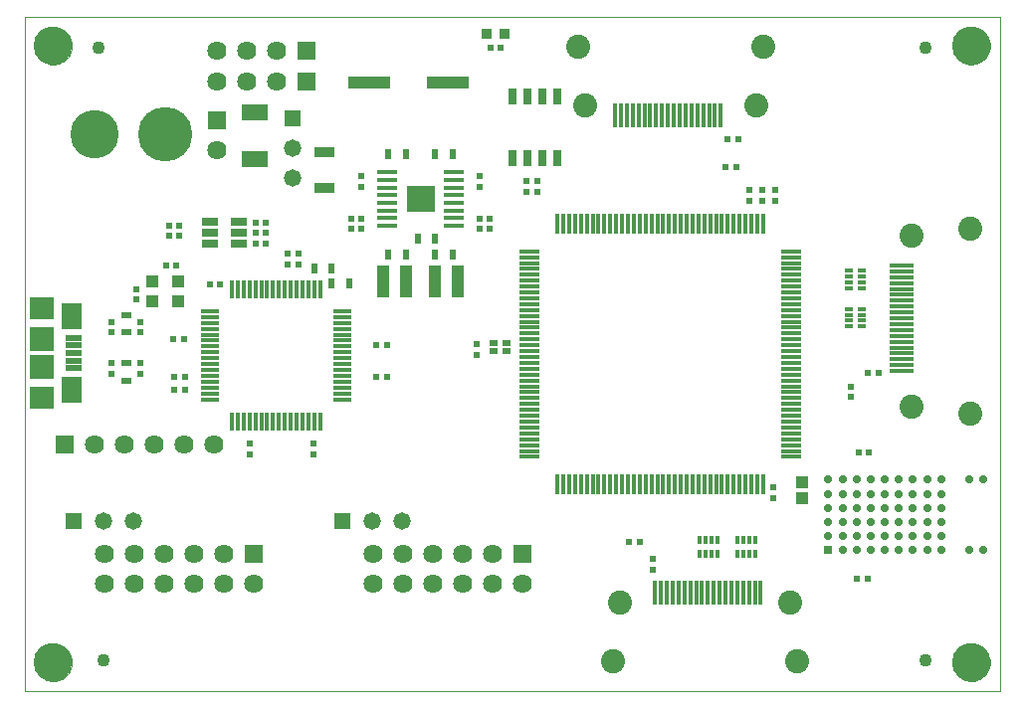
<source format=gts>
G75*
%MOIN*%
%OFA0B0*%
%FSLAX24Y24*%
%IPPOS*%
%LPD*%
%AMOC8*
5,1,8,0,0,1.08239X$1,22.5*
%
%ADD10C,0.0000*%
%ADD11C,0.1290*%
%ADD12R,0.0158X0.0788*%
%ADD13C,0.0808*%
%ADD14R,0.0197X0.0237*%
%ADD15R,0.0158X0.0296*%
%ADD16R,0.0611X0.0146*%
%ADD17R,0.0146X0.0611*%
%ADD18R,0.0571X0.0197*%
%ADD19R,0.0788X0.0749*%
%ADD20R,0.0788X0.0788*%
%ADD21R,0.0670X0.0867*%
%ADD22R,0.0434X0.0394*%
%ADD23R,0.0237X0.0197*%
%ADD24R,0.0540X0.0260*%
%ADD25R,0.0355X0.0237*%
%ADD26R,0.0237X0.0355*%
%ADD27R,0.0355X0.0355*%
%ADD28C,0.1621*%
%ADD29C,0.1818*%
%ADD30R,0.0670X0.0375*%
%ADD31R,0.0276X0.0237*%
%ADD32R,0.0640X0.0640*%
%ADD33C,0.0640*%
%ADD34R,0.0580X0.0580*%
%ADD35C,0.0580*%
%ADD36R,0.1418X0.0434*%
%ADD37R,0.0276X0.0276*%
%ADD38C,0.0276*%
%ADD39R,0.0434X0.0434*%
%ADD40R,0.0670X0.0158*%
%ADD41R,0.0158X0.0670*%
%ADD42R,0.0257X0.0571*%
%ADD43R,0.0867X0.0540*%
%ADD44R,0.0788X0.0158*%
%ADD45R,0.0296X0.0158*%
%ADD46C,0.0434*%
%ADD47R,0.0969X0.0909*%
%ADD48R,0.0434X0.1103*%
D10*
X000873Y004647D02*
X000873Y027246D01*
X033550Y027246D01*
X033550Y004647D01*
X000873Y004647D01*
X001213Y005612D02*
X001215Y005662D01*
X001221Y005711D01*
X001231Y005760D01*
X001244Y005807D01*
X001262Y005854D01*
X001283Y005899D01*
X001307Y005942D01*
X001335Y005983D01*
X001366Y006022D01*
X001400Y006058D01*
X001437Y006092D01*
X001477Y006122D01*
X001518Y006149D01*
X001562Y006173D01*
X001607Y006193D01*
X001654Y006209D01*
X001702Y006222D01*
X001751Y006231D01*
X001801Y006236D01*
X001850Y006237D01*
X001900Y006234D01*
X001949Y006227D01*
X001998Y006216D01*
X002045Y006202D01*
X002091Y006183D01*
X002136Y006161D01*
X002179Y006136D01*
X002219Y006107D01*
X002257Y006075D01*
X002293Y006041D01*
X002326Y006003D01*
X002355Y005963D01*
X002381Y005921D01*
X002404Y005877D01*
X002423Y005831D01*
X002439Y005784D01*
X002451Y005735D01*
X002459Y005686D01*
X002463Y005637D01*
X002463Y005587D01*
X002459Y005538D01*
X002451Y005489D01*
X002439Y005440D01*
X002423Y005393D01*
X002404Y005347D01*
X002381Y005303D01*
X002355Y005261D01*
X002326Y005221D01*
X002293Y005183D01*
X002257Y005149D01*
X002219Y005117D01*
X002179Y005088D01*
X002136Y005063D01*
X002091Y005041D01*
X002045Y005022D01*
X001998Y005008D01*
X001949Y004997D01*
X001900Y004990D01*
X001850Y004987D01*
X001801Y004988D01*
X001751Y004993D01*
X001702Y005002D01*
X001654Y005015D01*
X001607Y005031D01*
X001562Y005051D01*
X001518Y005075D01*
X001477Y005102D01*
X001437Y005132D01*
X001400Y005166D01*
X001366Y005202D01*
X001335Y005241D01*
X001307Y005282D01*
X001283Y005325D01*
X001262Y005370D01*
X001244Y005417D01*
X001231Y005464D01*
X001221Y005513D01*
X001215Y005562D01*
X001213Y005612D01*
X001213Y026281D02*
X001215Y026331D01*
X001221Y026380D01*
X001231Y026429D01*
X001244Y026476D01*
X001262Y026523D01*
X001283Y026568D01*
X001307Y026611D01*
X001335Y026652D01*
X001366Y026691D01*
X001400Y026727D01*
X001437Y026761D01*
X001477Y026791D01*
X001518Y026818D01*
X001562Y026842D01*
X001607Y026862D01*
X001654Y026878D01*
X001702Y026891D01*
X001751Y026900D01*
X001801Y026905D01*
X001850Y026906D01*
X001900Y026903D01*
X001949Y026896D01*
X001998Y026885D01*
X002045Y026871D01*
X002091Y026852D01*
X002136Y026830D01*
X002179Y026805D01*
X002219Y026776D01*
X002257Y026744D01*
X002293Y026710D01*
X002326Y026672D01*
X002355Y026632D01*
X002381Y026590D01*
X002404Y026546D01*
X002423Y026500D01*
X002439Y026453D01*
X002451Y026404D01*
X002459Y026355D01*
X002463Y026306D01*
X002463Y026256D01*
X002459Y026207D01*
X002451Y026158D01*
X002439Y026109D01*
X002423Y026062D01*
X002404Y026016D01*
X002381Y025972D01*
X002355Y025930D01*
X002326Y025890D01*
X002293Y025852D01*
X002257Y025818D01*
X002219Y025786D01*
X002179Y025757D01*
X002136Y025732D01*
X002091Y025710D01*
X002045Y025691D01*
X001998Y025677D01*
X001949Y025666D01*
X001900Y025659D01*
X001850Y025656D01*
X001801Y025657D01*
X001751Y025662D01*
X001702Y025671D01*
X001654Y025684D01*
X001607Y025700D01*
X001562Y025720D01*
X001518Y025744D01*
X001477Y025771D01*
X001437Y025801D01*
X001400Y025835D01*
X001366Y025871D01*
X001335Y025910D01*
X001307Y025951D01*
X001283Y025994D01*
X001262Y026039D01*
X001244Y026086D01*
X001231Y026133D01*
X001221Y026182D01*
X001215Y026231D01*
X001213Y026281D01*
X031961Y026281D02*
X031963Y026331D01*
X031969Y026380D01*
X031979Y026429D01*
X031992Y026476D01*
X032010Y026523D01*
X032031Y026568D01*
X032055Y026611D01*
X032083Y026652D01*
X032114Y026691D01*
X032148Y026727D01*
X032185Y026761D01*
X032225Y026791D01*
X032266Y026818D01*
X032310Y026842D01*
X032355Y026862D01*
X032402Y026878D01*
X032450Y026891D01*
X032499Y026900D01*
X032549Y026905D01*
X032598Y026906D01*
X032648Y026903D01*
X032697Y026896D01*
X032746Y026885D01*
X032793Y026871D01*
X032839Y026852D01*
X032884Y026830D01*
X032927Y026805D01*
X032967Y026776D01*
X033005Y026744D01*
X033041Y026710D01*
X033074Y026672D01*
X033103Y026632D01*
X033129Y026590D01*
X033152Y026546D01*
X033171Y026500D01*
X033187Y026453D01*
X033199Y026404D01*
X033207Y026355D01*
X033211Y026306D01*
X033211Y026256D01*
X033207Y026207D01*
X033199Y026158D01*
X033187Y026109D01*
X033171Y026062D01*
X033152Y026016D01*
X033129Y025972D01*
X033103Y025930D01*
X033074Y025890D01*
X033041Y025852D01*
X033005Y025818D01*
X032967Y025786D01*
X032927Y025757D01*
X032884Y025732D01*
X032839Y025710D01*
X032793Y025691D01*
X032746Y025677D01*
X032697Y025666D01*
X032648Y025659D01*
X032598Y025656D01*
X032549Y025657D01*
X032499Y025662D01*
X032450Y025671D01*
X032402Y025684D01*
X032355Y025700D01*
X032310Y025720D01*
X032266Y025744D01*
X032225Y025771D01*
X032185Y025801D01*
X032148Y025835D01*
X032114Y025871D01*
X032083Y025910D01*
X032055Y025951D01*
X032031Y025994D01*
X032010Y026039D01*
X031992Y026086D01*
X031979Y026133D01*
X031969Y026182D01*
X031963Y026231D01*
X031961Y026281D01*
X031961Y005612D02*
X031963Y005662D01*
X031969Y005711D01*
X031979Y005760D01*
X031992Y005807D01*
X032010Y005854D01*
X032031Y005899D01*
X032055Y005942D01*
X032083Y005983D01*
X032114Y006022D01*
X032148Y006058D01*
X032185Y006092D01*
X032225Y006122D01*
X032266Y006149D01*
X032310Y006173D01*
X032355Y006193D01*
X032402Y006209D01*
X032450Y006222D01*
X032499Y006231D01*
X032549Y006236D01*
X032598Y006237D01*
X032648Y006234D01*
X032697Y006227D01*
X032746Y006216D01*
X032793Y006202D01*
X032839Y006183D01*
X032884Y006161D01*
X032927Y006136D01*
X032967Y006107D01*
X033005Y006075D01*
X033041Y006041D01*
X033074Y006003D01*
X033103Y005963D01*
X033129Y005921D01*
X033152Y005877D01*
X033171Y005831D01*
X033187Y005784D01*
X033199Y005735D01*
X033207Y005686D01*
X033211Y005637D01*
X033211Y005587D01*
X033207Y005538D01*
X033199Y005489D01*
X033187Y005440D01*
X033171Y005393D01*
X033152Y005347D01*
X033129Y005303D01*
X033103Y005261D01*
X033074Y005221D01*
X033041Y005183D01*
X033005Y005149D01*
X032967Y005117D01*
X032927Y005088D01*
X032884Y005063D01*
X032839Y005041D01*
X032793Y005022D01*
X032746Y005008D01*
X032697Y004997D01*
X032648Y004990D01*
X032598Y004987D01*
X032549Y004988D01*
X032499Y004993D01*
X032450Y005002D01*
X032402Y005015D01*
X032355Y005031D01*
X032310Y005051D01*
X032266Y005075D01*
X032225Y005102D01*
X032185Y005132D01*
X032148Y005166D01*
X032114Y005202D01*
X032083Y005241D01*
X032055Y005282D01*
X032031Y005325D01*
X032010Y005370D01*
X031992Y005417D01*
X031979Y005464D01*
X031969Y005513D01*
X031963Y005562D01*
X031961Y005612D01*
D11*
X032586Y005612D03*
X032586Y026281D03*
X001838Y026281D03*
X001838Y005612D03*
D12*
X021995Y007954D03*
X022192Y007954D03*
X022389Y007954D03*
X022586Y007954D03*
X022782Y007954D03*
X022979Y007954D03*
X023176Y007954D03*
X023373Y007954D03*
X023570Y007954D03*
X023767Y007954D03*
X023964Y007954D03*
X024160Y007954D03*
X024357Y007954D03*
X024554Y007954D03*
X024751Y007954D03*
X024948Y007954D03*
X025145Y007954D03*
X025342Y007954D03*
X025538Y007954D03*
X024200Y023939D03*
X024003Y023939D03*
X023806Y023939D03*
X023609Y023939D03*
X023412Y023939D03*
X023216Y023939D03*
X023019Y023939D03*
X022822Y023939D03*
X022625Y023939D03*
X022428Y023939D03*
X022231Y023939D03*
X022034Y023939D03*
X021838Y023939D03*
X021641Y023939D03*
X021444Y023939D03*
X021247Y023939D03*
X021050Y023939D03*
X020853Y023939D03*
X020656Y023939D03*
D13*
X019672Y024293D03*
X019436Y026242D03*
X025381Y024293D03*
X025617Y026242D03*
X032546Y020139D03*
X030597Y019903D03*
X030597Y014194D03*
X032546Y013958D03*
X026523Y007600D03*
X026759Y005651D03*
X020814Y007600D03*
X020578Y005651D03*
D14*
X021129Y009647D03*
X021483Y009647D03*
X028767Y008427D03*
X029121Y008427D03*
X029160Y012639D03*
X028806Y012639D03*
X029121Y015317D03*
X029475Y015317D03*
X024712Y022206D03*
X024357Y022206D03*
X024436Y023151D03*
X024790Y023151D03*
X018058Y021734D03*
X017704Y021734D03*
X017704Y021380D03*
X018058Y021380D03*
X016838Y026222D03*
X016483Y026222D03*
X008964Y020356D03*
X008964Y020002D03*
X008609Y020002D03*
X008609Y020356D03*
X008609Y019647D03*
X008964Y019647D03*
X007428Y018269D03*
X007074Y018269D03*
X005971Y018899D03*
X005617Y018899D03*
X005853Y016458D03*
X006208Y016458D03*
X006247Y015198D03*
X005893Y015198D03*
X005893Y014765D03*
X006247Y014765D03*
X012664Y015198D03*
X013019Y015198D03*
X013019Y016261D03*
X012664Y016261D03*
D15*
X023491Y009716D03*
X023688Y009716D03*
X023885Y009716D03*
X024082Y009716D03*
X024082Y009263D03*
X023885Y009263D03*
X023688Y009263D03*
X023491Y009263D03*
X024771Y009263D03*
X024968Y009263D03*
X025164Y009263D03*
X025361Y009263D03*
X025361Y009716D03*
X025164Y009716D03*
X024968Y009716D03*
X024771Y009716D03*
D16*
X011513Y014431D03*
X011513Y014628D03*
X011513Y014824D03*
X011513Y015021D03*
X011513Y015218D03*
X011513Y015415D03*
X011513Y015612D03*
X011513Y015809D03*
X011513Y016006D03*
X011513Y016202D03*
X011513Y016399D03*
X011513Y016596D03*
X011513Y016793D03*
X011513Y016990D03*
X011513Y017187D03*
X011513Y017383D03*
X007084Y017383D03*
X007084Y017187D03*
X007084Y016990D03*
X007084Y016793D03*
X007084Y016596D03*
X007084Y016399D03*
X007084Y016202D03*
X007084Y016006D03*
X007084Y015809D03*
X007084Y015612D03*
X007084Y015415D03*
X007084Y015218D03*
X007084Y015021D03*
X007084Y014824D03*
X007084Y014628D03*
X007084Y014431D03*
D17*
X007822Y013693D03*
X008019Y013693D03*
X008216Y013693D03*
X008412Y013693D03*
X008609Y013693D03*
X008806Y013693D03*
X009003Y013693D03*
X009200Y013693D03*
X009397Y013693D03*
X009594Y013693D03*
X009790Y013693D03*
X009987Y013693D03*
X010184Y013693D03*
X010381Y013693D03*
X010578Y013693D03*
X010775Y013693D03*
X010775Y018122D03*
X010578Y018122D03*
X010381Y018122D03*
X010184Y018122D03*
X009987Y018122D03*
X009790Y018122D03*
X009594Y018122D03*
X009397Y018122D03*
X009200Y018122D03*
X009003Y018122D03*
X008806Y018122D03*
X008609Y018122D03*
X008412Y018122D03*
X008216Y018122D03*
X008019Y018122D03*
X007822Y018122D03*
D18*
X002517Y016498D03*
X002517Y016242D03*
X002517Y015986D03*
X002517Y015730D03*
X002517Y015474D03*
D19*
X001464Y014490D03*
X001464Y017482D03*
D20*
X001464Y016458D03*
X001464Y015513D03*
D21*
X002468Y014765D03*
X002468Y017206D03*
D22*
X005164Y017718D03*
X006031Y017718D03*
X006031Y018387D03*
X005164Y018387D03*
D23*
X004613Y018131D03*
X004613Y017777D03*
X004771Y017029D03*
X004771Y016675D03*
X003786Y016675D03*
X003786Y017029D03*
X003786Y015651D03*
X003786Y015297D03*
X004771Y015297D03*
X004771Y015651D03*
X008432Y012935D03*
X008432Y012580D03*
X010558Y012580D03*
X010558Y012935D03*
X016031Y015927D03*
X016031Y016281D03*
X016109Y020139D03*
X016464Y020139D03*
X016464Y020494D03*
X016109Y020494D03*
X016109Y021557D03*
X016109Y021911D03*
X012172Y021911D03*
X012172Y021557D03*
X012172Y020494D03*
X011818Y020494D03*
X011818Y020139D03*
X012172Y020139D03*
X010046Y019313D03*
X009692Y019313D03*
X009692Y018958D03*
X010046Y018958D03*
X006070Y019903D03*
X005716Y019903D03*
X005716Y020257D03*
X006070Y020257D03*
X021936Y009076D03*
X021936Y008722D03*
X025952Y011124D03*
X025952Y011478D03*
X028550Y014509D03*
X028550Y014864D03*
X026031Y021084D03*
X025597Y021084D03*
X025597Y021439D03*
X026031Y021439D03*
X025164Y021439D03*
X025164Y021084D03*
D24*
X008046Y020372D03*
X008046Y020002D03*
X008046Y019632D03*
X007086Y019632D03*
X007086Y020002D03*
X007086Y020372D03*
D25*
X004298Y017265D03*
X004298Y016675D03*
X004298Y015651D03*
X004298Y015061D03*
D26*
X010578Y018820D03*
X011168Y018820D03*
X011168Y018309D03*
X011759Y018309D03*
X013058Y019293D03*
X013649Y019293D03*
X014042Y019805D03*
X014633Y019805D03*
X014633Y019293D03*
X015223Y019293D03*
X015223Y022639D03*
X014633Y022639D03*
X013649Y022639D03*
X013058Y022639D03*
D27*
X016365Y026694D03*
X016956Y026694D03*
D28*
X003235Y023309D03*
D29*
X005597Y023309D03*
D30*
X010912Y022728D03*
X010912Y021527D03*
D31*
X016601Y016320D03*
X016601Y016045D03*
X017034Y016045D03*
X017034Y016320D03*
D32*
X017546Y009242D03*
X008546Y009242D03*
X002231Y012915D03*
X007330Y023769D03*
X010326Y025080D03*
X010326Y026104D03*
D33*
X009326Y026104D03*
X008326Y026104D03*
X007326Y026104D03*
X007326Y025080D03*
X008326Y025080D03*
X009326Y025080D03*
X007330Y022769D03*
X007231Y012915D03*
X006231Y012915D03*
X005231Y012915D03*
X004231Y012915D03*
X003231Y012915D03*
X003546Y009242D03*
X004546Y009242D03*
X005546Y009242D03*
X006546Y009242D03*
X007546Y009242D03*
X007546Y008242D03*
X006546Y008242D03*
X005546Y008242D03*
X004546Y008242D03*
X003546Y008242D03*
X008546Y008242D03*
X012546Y008242D03*
X013546Y008242D03*
X014546Y008242D03*
X015546Y008242D03*
X016546Y008242D03*
X017546Y008242D03*
X016546Y009242D03*
X015546Y009242D03*
X014546Y009242D03*
X013546Y009242D03*
X012546Y009242D03*
D34*
X011527Y010356D03*
X002527Y010356D03*
X009849Y023836D03*
D35*
X009849Y022836D03*
X009849Y021836D03*
X012527Y010356D03*
X013527Y010356D03*
X004527Y010356D03*
X003527Y010356D03*
D36*
X012428Y025041D03*
X015066Y025041D03*
D37*
X027802Y009372D03*
D38*
X027802Y009844D03*
X027802Y010317D03*
X027802Y010789D03*
X027802Y011261D03*
X028275Y011261D03*
X028747Y011261D03*
X029219Y011261D03*
X029692Y011261D03*
X029692Y010789D03*
X029692Y010317D03*
X029219Y010317D03*
X028747Y010317D03*
X028747Y010789D03*
X028275Y010789D03*
X028275Y010317D03*
X028275Y009844D03*
X028747Y009844D03*
X029219Y009844D03*
X029692Y009844D03*
X029692Y009372D03*
X029219Y009372D03*
X028747Y009372D03*
X028275Y009372D03*
X029219Y010789D03*
X030164Y010789D03*
X030164Y010317D03*
X030637Y010317D03*
X030637Y010789D03*
X031109Y010789D03*
X031109Y010317D03*
X031582Y010317D03*
X031582Y010789D03*
X031582Y011261D03*
X031109Y011261D03*
X030637Y011261D03*
X030164Y011261D03*
X030164Y011734D03*
X030637Y011734D03*
X031109Y011734D03*
X031582Y011734D03*
X032527Y011734D03*
X032999Y011734D03*
X031582Y009844D03*
X031109Y009844D03*
X030637Y009844D03*
X030164Y009844D03*
X030164Y009372D03*
X030637Y009372D03*
X031109Y009372D03*
X031582Y009372D03*
X032527Y009372D03*
X032999Y009372D03*
X029692Y011734D03*
X029219Y011734D03*
X028747Y011734D03*
X028275Y011734D03*
X027802Y011734D03*
D39*
X026936Y011655D03*
X026936Y011104D03*
D40*
X026542Y012502D03*
X026542Y012698D03*
X026542Y012895D03*
X026542Y013092D03*
X026542Y013289D03*
X026542Y013486D03*
X026542Y013683D03*
X026542Y013880D03*
X026542Y014076D03*
X026542Y014273D03*
X026542Y014470D03*
X026542Y014667D03*
X026542Y014864D03*
X026542Y015061D03*
X026542Y015257D03*
X026542Y015454D03*
X026542Y015651D03*
X026542Y015848D03*
X026542Y016045D03*
X026542Y016242D03*
X026542Y016439D03*
X026542Y016635D03*
X026542Y016832D03*
X026542Y017029D03*
X026542Y017226D03*
X026542Y017423D03*
X026542Y017620D03*
X026542Y017817D03*
X026542Y018013D03*
X026542Y018210D03*
X026542Y018407D03*
X026542Y018604D03*
X026542Y018801D03*
X026542Y018998D03*
X026542Y019194D03*
X026542Y019391D03*
X017802Y019391D03*
X017802Y019194D03*
X017802Y018998D03*
X017802Y018801D03*
X017802Y018604D03*
X017802Y018407D03*
X017802Y018210D03*
X017802Y018013D03*
X017802Y017817D03*
X017802Y017620D03*
X017802Y017423D03*
X017802Y017226D03*
X017802Y017029D03*
X017802Y016832D03*
X017802Y016635D03*
X017802Y016439D03*
X017802Y016242D03*
X017802Y016045D03*
X017802Y015848D03*
X017802Y015651D03*
X017802Y015454D03*
X017802Y015257D03*
X017802Y015061D03*
X017802Y014864D03*
X017802Y014667D03*
X017802Y014470D03*
X017802Y014273D03*
X017802Y014076D03*
X017802Y013880D03*
X017802Y013683D03*
X017802Y013486D03*
X017802Y013289D03*
X017802Y013092D03*
X017802Y012895D03*
X017802Y012698D03*
X017802Y012502D03*
X015243Y020248D03*
X015243Y020504D03*
X015243Y020759D03*
X015243Y021015D03*
X015243Y021271D03*
X015243Y021527D03*
X015243Y021783D03*
X015243Y022039D03*
X013038Y022039D03*
X013038Y021783D03*
X013038Y021527D03*
X013038Y021271D03*
X013038Y021015D03*
X013038Y020759D03*
X013038Y020504D03*
X013038Y020248D03*
D41*
X018727Y020317D03*
X018924Y020317D03*
X019121Y020317D03*
X019318Y020317D03*
X019515Y020317D03*
X019712Y020317D03*
X019908Y020317D03*
X020105Y020317D03*
X020302Y020317D03*
X020499Y020317D03*
X020696Y020317D03*
X020893Y020317D03*
X021090Y020317D03*
X021286Y020317D03*
X021483Y020317D03*
X021680Y020317D03*
X021877Y020317D03*
X022074Y020317D03*
X022271Y020317D03*
X022468Y020317D03*
X022664Y020317D03*
X022861Y020317D03*
X023058Y020317D03*
X023255Y020317D03*
X023452Y020317D03*
X023649Y020317D03*
X023845Y020317D03*
X024042Y020317D03*
X024239Y020317D03*
X024436Y020317D03*
X024633Y020317D03*
X024830Y020317D03*
X025027Y020317D03*
X025223Y020317D03*
X025420Y020317D03*
X025617Y020317D03*
X025617Y011576D03*
X025420Y011576D03*
X025223Y011576D03*
X025027Y011576D03*
X024830Y011576D03*
X024633Y011576D03*
X024436Y011576D03*
X024239Y011576D03*
X024042Y011576D03*
X023845Y011576D03*
X023649Y011576D03*
X023452Y011576D03*
X023255Y011576D03*
X023058Y011576D03*
X022861Y011576D03*
X022664Y011576D03*
X022468Y011576D03*
X022271Y011576D03*
X022074Y011576D03*
X021877Y011576D03*
X021680Y011576D03*
X021483Y011576D03*
X021286Y011576D03*
X021090Y011576D03*
X020893Y011576D03*
X020696Y011576D03*
X020499Y011576D03*
X020302Y011576D03*
X020105Y011576D03*
X019908Y011576D03*
X019712Y011576D03*
X019515Y011576D03*
X019318Y011576D03*
X019121Y011576D03*
X018924Y011576D03*
X018727Y011576D03*
D42*
X018710Y022521D03*
X018210Y022521D03*
X017710Y022521D03*
X017210Y022521D03*
X017210Y024569D03*
X017710Y024569D03*
X018210Y024569D03*
X018710Y024569D03*
D43*
X008590Y024049D03*
X008590Y022490D03*
D44*
X030243Y018919D03*
X030243Y018722D03*
X030243Y018525D03*
X030243Y018328D03*
X030243Y018131D03*
X030243Y017935D03*
X030243Y017738D03*
X030243Y017541D03*
X030243Y017344D03*
X030243Y017147D03*
X030243Y016950D03*
X030243Y016754D03*
X030243Y016557D03*
X030243Y016360D03*
X030243Y016163D03*
X030243Y015966D03*
X030243Y015769D03*
X030243Y015572D03*
X030243Y015376D03*
D45*
X028934Y016872D03*
X028934Y017069D03*
X028934Y017265D03*
X028934Y017462D03*
X028481Y017462D03*
X028481Y017265D03*
X028481Y017069D03*
X028481Y016872D03*
X028481Y018151D03*
X028481Y018348D03*
X028481Y018545D03*
X028481Y018742D03*
X028934Y018742D03*
X028934Y018545D03*
X028934Y018348D03*
X028934Y018151D03*
D46*
X031070Y026222D03*
X003353Y026222D03*
X003511Y005671D03*
X031070Y005671D03*
D47*
X014141Y021143D03*
D48*
X014613Y018387D03*
X015401Y018387D03*
X013668Y018387D03*
X012881Y018387D03*
M02*

</source>
